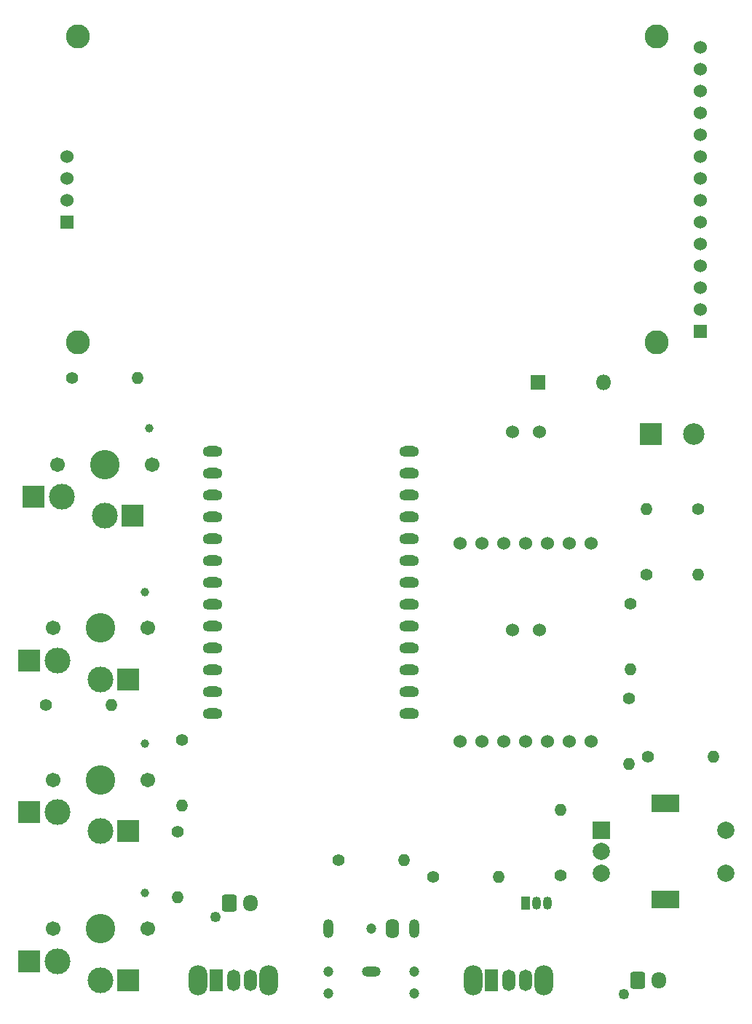
<source format=gbr>
%TF.GenerationSoftware,KiCad,Pcbnew,8.0.4*%
%TF.CreationDate,2024-11-06T19:28:15-07:00*%
%TF.ProjectId,MP3_Player,4d50335f-506c-4617-9965-722e6b696361,rev?*%
%TF.SameCoordinates,Original*%
%TF.FileFunction,Soldermask,Bot*%
%TF.FilePolarity,Negative*%
%FSLAX46Y46*%
G04 Gerber Fmt 4.6, Leading zero omitted, Abs format (unit mm)*
G04 Created by KiCad (PCBNEW 8.0.4) date 2024-11-06 19:28:15*
%MOMM*%
%LPD*%
G01*
G04 APERTURE LIST*
G04 Aperture macros list*
%AMRoundRect*
0 Rectangle with rounded corners*
0 $1 Rounding radius*
0 $2 $3 $4 $5 $6 $7 $8 $9 X,Y pos of 4 corners*
0 Add a 4 corners polygon primitive as box body*
4,1,4,$2,$3,$4,$5,$6,$7,$8,$9,$2,$3,0*
0 Add four circle primitives for the rounded corners*
1,1,$1+$1,$2,$3*
1,1,$1+$1,$4,$5*
1,1,$1+$1,$6,$7*
1,1,$1+$1,$8,$9*
0 Add four rect primitives between the rounded corners*
20,1,$1+$1,$2,$3,$4,$5,0*
20,1,$1+$1,$4,$5,$6,$7,0*
20,1,$1+$1,$6,$7,$8,$9,0*
20,1,$1+$1,$8,$9,$2,$3,0*%
G04 Aperture macros list end*
%ADD10R,1.800000X1.800000*%
%ADD11O,1.800000X1.800000*%
%ADD12R,1.050000X1.500000*%
%ADD13O,1.050000X1.500000*%
%ADD14R,2.000000X2.000000*%
%ADD15C,2.000000*%
%ADD16R,3.200000X2.000000*%
%ADD17C,1.524000*%
%ADD18C,1.400000*%
%ADD19O,1.400000X1.400000*%
%ADD20C,1.701800*%
%ADD21C,3.000000*%
%ADD22C,3.429000*%
%ADD23C,0.990600*%
%ADD24R,2.600000X2.600000*%
%ADD25C,1.250000*%
%ADD26RoundRect,0.250000X-0.600000X-0.725000X0.600000X-0.725000X0.600000X0.725000X-0.600000X0.725000X0*%
%ADD27O,1.700000X1.950000*%
%ADD28O,2.200000X3.500000*%
%ADD29R,1.500000X2.500000*%
%ADD30O,1.500000X2.500000*%
%ADD31R,2.500000X2.500000*%
%ADD32C,2.500000*%
%ADD33O,2.286000X1.270000*%
%ADD34C,2.794000*%
%ADD35R,1.524000X1.524000*%
%ADD36C,1.200000*%
%ADD37O,1.200000X2.200000*%
%ADD38O,2.200000X1.200000*%
%ADD39O,1.600000X2.300000*%
G04 APERTURE END LIST*
D10*
%TO.C,D1*%
X152380000Y-67500000D03*
D11*
X160000000Y-67500000D03*
%TD*%
D12*
%TO.C,Q1*%
X151000000Y-128000000D03*
D13*
X152270000Y-128000000D03*
X153540000Y-128000000D03*
%TD*%
D14*
%TO.C,Primary Rotary Encoder1*%
X159750000Y-119500000D03*
D15*
X159750000Y-124500000D03*
X159750000Y-122000000D03*
D16*
X167250000Y-116400000D03*
X167250000Y-127600000D03*
D15*
X174250000Y-124500000D03*
X174250000Y-119500000D03*
%TD*%
D17*
%TO.C,RSPKR1*%
X158620000Y-109212500D03*
X153540000Y-109212500D03*
X143380000Y-109212500D03*
X156080000Y-109212500D03*
X151000000Y-109212500D03*
X148460000Y-109212500D03*
X145920000Y-109212500D03*
X149412500Y-96258500D03*
X152587500Y-96258500D03*
%TD*%
D18*
%TO.C,R10*%
X163000000Y-104190000D03*
D19*
X163000000Y-111810000D03*
%TD*%
D20*
%TO.C,SW3*%
X96000000Y-113680000D03*
D21*
X96500000Y-117430000D03*
D22*
X101500000Y-113680000D03*
D21*
X101500000Y-119630000D03*
D23*
X106720000Y-109480000D03*
D20*
X107000000Y-113680000D03*
D24*
X104775000Y-119630000D03*
X93225000Y-117430000D03*
%TD*%
D18*
%TO.C,R8*%
X171000000Y-82190000D03*
D19*
X171000000Y-89810000D03*
%TD*%
D25*
%TO.C,To_LiPo_Cell1*%
X162400000Y-138600000D03*
D26*
X164000000Y-137000000D03*
D27*
X166500000Y-137000000D03*
%TD*%
D28*
%TO.C,SW4*%
X112900000Y-137000000D03*
X121100000Y-137000000D03*
D29*
X115000000Y-137000000D03*
D30*
X117000000Y-137000000D03*
X119000000Y-137000000D03*
%TD*%
D31*
%TO.C,M1*%
X165500000Y-73500000D03*
D32*
X170500000Y-73500000D03*
%TD*%
D18*
%TO.C,R5*%
X110500000Y-119690000D03*
D19*
X110500000Y-127310000D03*
%TD*%
D17*
%TO.C,L_SPKR1*%
X152587500Y-73258500D03*
X149412500Y-73258500D03*
X145920000Y-86212500D03*
X148460000Y-86212500D03*
X151000000Y-86212500D03*
X156080000Y-86212500D03*
X143380000Y-86212500D03*
X153540000Y-86212500D03*
X158620000Y-86212500D03*
%TD*%
D18*
%TO.C,R9*%
X163190000Y-93190000D03*
D19*
X163190000Y-100810000D03*
%TD*%
D20*
%TO.C,SW2*%
X96000000Y-96030000D03*
D21*
X96500000Y-99780000D03*
D22*
X101500000Y-96030000D03*
D21*
X101500000Y-101980000D03*
D23*
X106720000Y-91830000D03*
D20*
X107000000Y-96030000D03*
D24*
X104775000Y-101980000D03*
X93225000Y-99780000D03*
%TD*%
D33*
%TO.C,U1*%
X137401877Y-98410500D03*
X137401877Y-100950500D03*
X137401877Y-75550500D03*
X137401877Y-95870500D03*
X137401877Y-88250500D03*
X114541877Y-103490500D03*
X137401877Y-106030500D03*
X114541877Y-100950500D03*
X137401877Y-103490500D03*
X137401877Y-93330500D03*
X137401877Y-90790500D03*
X137401877Y-85710500D03*
X137401877Y-80630500D03*
X137401877Y-78090500D03*
X137401877Y-83170500D03*
X114541877Y-93330500D03*
X114541877Y-95870500D03*
X114541877Y-98410500D03*
X114541877Y-88250500D03*
X114541877Y-90790500D03*
X114541877Y-83170500D03*
X114541877Y-85710500D03*
X114541877Y-80630500D03*
X114541877Y-106030500D03*
X114541877Y-78090500D03*
X114541877Y-75550500D03*
%TD*%
D18*
%TO.C,R2*%
X155000000Y-124810000D03*
D19*
X155000000Y-117190000D03*
%TD*%
D27*
%TO.C,To_Battery_Charger_Of_ESP_32*%
X119000000Y-128000000D03*
D26*
X116500000Y-128000000D03*
D25*
X114900000Y-129600000D03*
%TD*%
D18*
%TO.C,R3*%
X98190000Y-67000000D03*
D19*
X105810000Y-67000000D03*
%TD*%
D20*
%TO.C,SW5*%
X96000000Y-131000000D03*
D21*
X96500000Y-134750000D03*
D22*
X101500000Y-131000000D03*
D21*
X101500000Y-136950000D03*
D23*
X106720000Y-126800000D03*
D20*
X107000000Y-131000000D03*
D24*
X104775000Y-136950000D03*
X93225000Y-134750000D03*
%TD*%
D18*
%TO.C,R4*%
X111000000Y-109000000D03*
D19*
X111000000Y-116620000D03*
%TD*%
D18*
%TO.C,R11*%
X165190000Y-111000000D03*
D19*
X172810000Y-111000000D03*
%TD*%
D18*
%TO.C,R12*%
X140190000Y-125000000D03*
D19*
X147810000Y-125000000D03*
%TD*%
D18*
%TO.C,R1*%
X129190000Y-123000000D03*
D19*
X136810000Y-123000000D03*
%TD*%
D20*
%TO.C,SW1*%
X96500000Y-77030000D03*
D21*
X97000000Y-80780000D03*
D22*
X102000000Y-77030000D03*
D21*
X102000000Y-82980000D03*
D23*
X107220000Y-72830000D03*
D20*
X107500000Y-77030000D03*
D24*
X105275000Y-82980000D03*
X93725000Y-80780000D03*
%TD*%
D18*
%TO.C,R6*%
X95190000Y-105000000D03*
D19*
X102810000Y-105000000D03*
%TD*%
D18*
%TO.C,R7*%
X165000000Y-89810000D03*
D19*
X165000000Y-82190000D03*
%TD*%
D28*
%TO.C,SW6*%
X144900000Y-137000000D03*
X153100000Y-137000000D03*
D29*
X147000000Y-137000000D03*
D30*
X149000000Y-137000000D03*
X151000000Y-137000000D03*
%TD*%
D34*
%TO.C,Screen&SDCardReader1*%
X166250000Y-62780000D03*
X166250000Y-27220000D03*
X98940000Y-62780000D03*
X98940000Y-27220000D03*
D17*
X171330000Y-56430000D03*
X171330000Y-51350000D03*
X171330000Y-58970000D03*
X171330000Y-43730000D03*
X171330000Y-53890000D03*
X171330000Y-46270000D03*
X171330000Y-48810000D03*
X171330000Y-41190000D03*
D35*
X97670000Y-48810000D03*
D17*
X97670000Y-43730000D03*
X97670000Y-46270000D03*
X97670000Y-41190000D03*
X171330000Y-38650000D03*
X171330000Y-36110000D03*
X171330000Y-33570000D03*
X171330000Y-31030000D03*
X171330000Y-28490000D03*
D35*
X171330000Y-61510000D03*
%TD*%
D36*
%TO.C,J1*%
X128000000Y-136000000D03*
X128000000Y-138500000D03*
X133000000Y-131000000D03*
X138000000Y-136000000D03*
X138000000Y-138500000D03*
D37*
X128000000Y-131000000D03*
D38*
X133000000Y-136000000D03*
D37*
X138000000Y-131000000D03*
D39*
X135500000Y-131000000D03*
%TD*%
M02*

</source>
